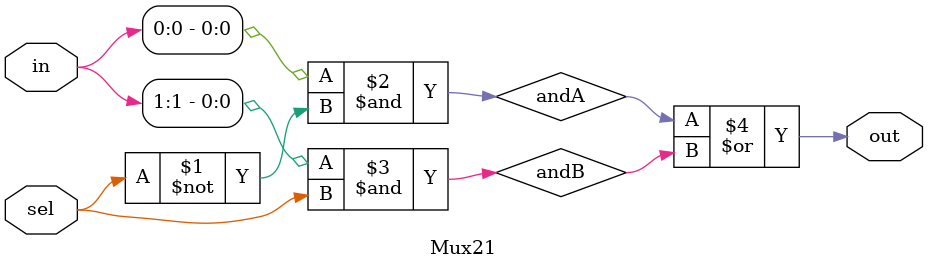
<source format=v>
`timescale 1 ns/1 ps
`define STRLEN 15

module Mux21(out, in, sel); //define module name and "variables"

   // input and output declarations
	input [1:0] in; //inputs that get selected to the output
	input sel; // control signal (selector)
	output out; // output

   // internal wires
	wire andA; //output of first AND gate
	wire andB; //output of second AND gate
	
   // gate operations
	and (andA, in[0], ~sel); // take first 1-bit input and AND it with ~selector bit (NOT gate used for negation),result goes into wire andA
	and (andB, in[1], sel);  // take second  1-bit input and AND it with selector bit (NOT gate used for negation), result goes into wire andB
	or (out, andA, andB); // lastly, take wire andA and wire andB and OR them, store result in output wire
	
endmodule // end of module

</source>
